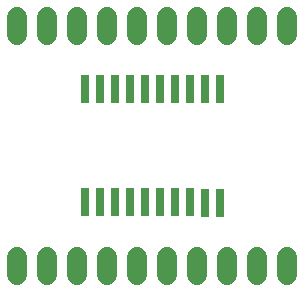
<source format=gts>
G75*
G70*
%OFA0B0*%
%FSLAX24Y24*%
%IPPOS*%
%LPD*%
%AMOC8*
5,1,8,0,0,1.08239X$1,22.5*
%
%ADD10R,0.0316X0.0946*%
%ADD11C,0.0680*%
D10*
X003080Y003030D03*
X003580Y003030D03*
X004080Y003030D03*
X004580Y003030D03*
X005080Y003030D03*
X005580Y003030D03*
X006080Y003030D03*
X006580Y003030D03*
X007080Y003020D03*
X007580Y003020D03*
X007580Y006800D03*
X007080Y006800D03*
X006580Y006800D03*
X006080Y006800D03*
X005580Y006800D03*
X005080Y006800D03*
X004580Y006800D03*
X004080Y006800D03*
X003580Y006800D03*
X003080Y006800D03*
D11*
X000830Y001210D02*
X000830Y000610D01*
X001830Y000610D02*
X001830Y001210D01*
X002830Y001210D02*
X002830Y000610D01*
X003830Y000610D02*
X003830Y001210D01*
X004830Y001210D02*
X004830Y000610D01*
X005830Y000610D02*
X005830Y001210D01*
X006830Y001210D02*
X006830Y000610D01*
X007830Y000610D02*
X007830Y001210D01*
X008830Y001210D02*
X008830Y000610D01*
X009830Y000610D02*
X009830Y001210D01*
X009830Y008610D02*
X009830Y009210D01*
X008830Y009210D02*
X008830Y008610D01*
X007830Y008610D02*
X007830Y009210D01*
X006830Y009210D02*
X006830Y008610D01*
X005830Y008610D02*
X005830Y009210D01*
X004830Y009210D02*
X004830Y008610D01*
X003830Y008610D02*
X003830Y009210D01*
X002830Y009210D02*
X002830Y008610D01*
X001830Y008610D02*
X001830Y009210D01*
X000830Y009210D02*
X000830Y008610D01*
M02*

</source>
